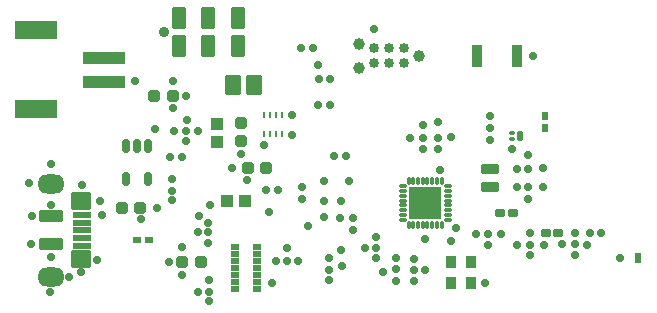
<source format=gts>
%TF.GenerationSoftware,KiCad,Pcbnew,9.0.3*%
%TF.CreationDate,2025-09-07T14:34:42+02:00*%
%TF.ProjectId,LoTiBloxy,4c6f5469-426c-46f7-9879-2e6b69636164,rev?*%
%TF.SameCoordinates,Original*%
%TF.FileFunction,Soldermask,Top*%
%TF.FilePolarity,Negative*%
%FSLAX46Y46*%
G04 Gerber Fmt 4.6, Leading zero omitted, Abs format (unit mm)*
G04 Created by KiCad (PCBNEW 9.0.3) date 2025-09-07 14:34:42*
%MOMM*%
%LPD*%
G01*
G04 APERTURE LIST*
G04 Aperture macros list*
%AMRoundRect*
0 Rectangle with rounded corners*
0 $1 Rounding radius*
0 $2 $3 $4 $5 $6 $7 $8 $9 X,Y pos of 4 corners*
0 Add a 4 corners polygon primitive as box body*
4,1,4,$2,$3,$4,$5,$6,$7,$8,$9,$2,$3,0*
0 Add four circle primitives for the rounded corners*
1,1,$1+$1,$2,$3*
1,1,$1+$1,$4,$5*
1,1,$1+$1,$6,$7*
1,1,$1+$1,$8,$9*
0 Add four rect primitives between the rounded corners*
20,1,$1+$1,$2,$3,$4,$5,0*
20,1,$1+$1,$4,$5,$6,$7,0*
20,1,$1+$1,$6,$7,$8,$9,0*
20,1,$1+$1,$8,$9,$2,$3,0*%
G04 Aperture macros list end*
%ADD10RoundRect,0.030000X-1.701800X0.749300X-1.701800X-0.749300X1.701800X-0.749300X1.701800X0.749300X0*%
%ADD11RoundRect,0.030000X-1.752600X0.495300X-1.752600X-0.495300X1.752600X-0.495300X1.752600X0.495300X0*%
%ADD12R,0.500000X0.900000*%
%ADD13RoundRect,0.150000X-0.150000X-0.200000X0.150000X-0.200000X0.150000X0.200000X-0.150000X0.200000X0*%
%ADD14RoundRect,0.030000X-0.469900X0.482600X-0.469900X-0.482600X0.469900X-0.482600X0.469900X0.482600X0*%
%ADD15RoundRect,0.155000X-0.185000X0.155000X-0.185000X-0.155000X0.185000X-0.155000X0.185000X0.155000X0*%
%ADD16RoundRect,0.155000X0.155000X0.185000X-0.155000X0.185000X-0.155000X-0.185000X0.155000X-0.185000X0*%
%ADD17RoundRect,0.240000X0.240000X0.265000X-0.240000X0.265000X-0.240000X-0.265000X0.240000X-0.265000X0*%
%ADD18RoundRect,0.030000X-0.698500X0.349250X-0.698500X-0.349250X0.698500X-0.349250X0.698500X0.349250X0*%
%ADD19RoundRect,0.102000X0.550000X0.710000X-0.550000X0.710000X-0.550000X-0.710000X0.550000X-0.710000X0*%
%ADD20RoundRect,0.030000X-0.355600X-0.279400X0.355600X-0.279400X0.355600X0.279400X-0.355600X0.279400X0*%
%ADD21R,0.660400X0.609600*%
%ADD22RoundRect,0.030000X-0.330200X-0.199999X0.330200X-0.199999X0.330200X0.199999X-0.330200X0.199999X0*%
%ADD23RoundRect,0.030000X-0.330200X-0.200000X0.330200X-0.200000X0.330200X0.200000X-0.330200X0.200000X0*%
%ADD24RoundRect,0.030000X-0.328850X-0.200000X0.328850X-0.200000X0.328850X0.200000X-0.328850X0.200000X0*%
%ADD25RoundRect,0.030000X-0.200000X-0.125000X0.200000X-0.125000X0.200000X0.125000X-0.200000X0.125000X0*%
%ADD26RoundRect,0.030000X-0.200000X-0.350000X0.200000X-0.350000X0.200000X0.350000X-0.200000X0.350000X0*%
%ADD27RoundRect,0.155000X-0.155000X-0.185000X0.155000X-0.185000X0.155000X0.185000X-0.155000X0.185000X0*%
%ADD28RoundRect,0.165000X-0.165000X0.415000X-0.165000X-0.415000X0.165000X-0.415000X0.165000X0.415000X0*%
%ADD29C,0.900000*%
%ADD30RoundRect,0.102000X0.500000X0.800000X-0.500000X0.800000X-0.500000X-0.800000X0.500000X-0.800000X0*%
%ADD31RoundRect,0.150000X-0.200000X0.150000X-0.200000X-0.150000X0.200000X-0.150000X0.200000X0.150000X0*%
%ADD32RoundRect,0.240000X-0.265000X0.240000X-0.265000X-0.240000X0.265000X-0.240000X0.265000X0.240000X0*%
%ADD33RoundRect,0.030000X-0.381000X0.482600X-0.381000X-0.482600X0.381000X-0.482600X0.381000X0.482600X0*%
%ADD34R,0.609600X0.660400*%
%ADD35RoundRect,0.240000X-0.240000X-0.265000X0.240000X-0.265000X0.240000X0.265000X-0.240000X0.265000X0*%
%ADD36C,0.990600*%
%ADD37C,0.847400*%
%ADD38R,0.253996X0.604900*%
%ADD39R,0.254000X0.604900*%
%ADD40RoundRect,0.155000X0.185000X-0.155000X0.185000X0.155000X-0.185000X0.155000X-0.185000X-0.155000X0*%
%ADD41O,0.699999X0.300000*%
%ADD42O,0.300000X0.699999*%
%ADD43C,0.600000*%
%ADD44R,2.799999X2.799999*%
%ADD45RoundRect,0.030000X-0.685800X0.228600X-0.685800X-0.228600X0.685800X-0.228600X0.685800X0.228600X0*%
%ADD46RoundRect,0.030000X-0.685800X0.224300X-0.685800X-0.224300X0.685800X-0.224300X0.685800X0.224300X0*%
%ADD47RoundRect,0.030000X-0.685800X0.224300X-0.685800X-0.224300X0.685800X-0.224300X0.685800X0.224300X0*%
%ADD48RoundRect,0.030000X-0.685800X0.219999X-0.685800X-0.219999X0.685800X-0.219999X0.685800X0.219999X0*%
%ADD49O,2.308200X1.622400*%
%ADD50RoundRect,0.030000X-0.774700X-0.711200X0.774700X-0.711200X0.774700X0.711200X-0.774700X0.711200X0*%
%ADD51RoundRect,0.030000X-0.952500X0.444500X-0.952500X-0.444500X0.952500X-0.444500X0.952500X0.444500X0*%
%ADD52RoundRect,0.150000X0.200000X-0.150000X0.200000X0.150000X-0.200000X0.150000X-0.200000X-0.150000X0*%
%ADD53RoundRect,0.150000X0.150000X0.200000X-0.150000X0.200000X-0.150000X-0.200000X0.150000X-0.200000X0*%
%ADD54RoundRect,0.030000X-0.400000X-0.850000X0.400000X-0.850000X0.400000X0.850000X-0.400000X0.850000X0*%
%ADD55RoundRect,0.030000X0.482600X0.469900X-0.482600X0.469900X-0.482600X-0.469900X0.482600X-0.469900X0*%
%ADD56C,0.700000*%
G04 APERTURE END LIST*
D10*
%TO.C,J2*%
X81605299Y-91350001D03*
X81605299Y-84649999D03*
D11*
X87355300Y-89000001D03*
X87355300Y-86999999D03*
%TD*%
D12*
%TO.C,AE2*%
X132600000Y-103918196D03*
%TD*%
D13*
%TO.C,R1*%
X106805000Y-95300000D03*
X107825000Y-95300000D03*
%TD*%
D14*
%TO.C,FB1*%
X96910000Y-92575700D03*
X96910000Y-94074300D03*
%TD*%
D15*
%TO.C,C21*%
X110388192Y-102120000D03*
X110388192Y-103080000D03*
%TD*%
D16*
%TO.C,C7*%
X95280000Y-93200000D03*
X94320000Y-93200000D03*
%TD*%
D15*
%TO.C,C13*%
X113600000Y-103970000D03*
X113600000Y-104930000D03*
%TD*%
D17*
%TO.C,C10*%
X101054200Y-96316800D03*
X99504200Y-96316800D03*
%TD*%
D18*
%TO.C,XTAL1*%
X120015000Y-96399350D03*
X120015000Y-97910650D03*
%TD*%
D19*
%TO.C,L1*%
X100035000Y-89300000D03*
X98265000Y-89300000D03*
%TD*%
D20*
%TO.C,L5*%
X124769300Y-101818196D03*
X125810700Y-101818196D03*
%TD*%
D21*
%TO.C,D1*%
X91180273Y-102404419D03*
X90138873Y-102404419D03*
%TD*%
D13*
%TO.C,R9*%
X104036400Y-86106000D03*
X105056400Y-86106000D03*
%TD*%
D15*
%TO.C,C5*%
X127240000Y-101788196D03*
X127240000Y-102748196D03*
%TD*%
D22*
%TO.C,U1*%
X98425000Y-102975001D03*
D23*
X98425000Y-103575000D03*
D22*
X98425000Y-104175001D03*
D23*
X98425000Y-104775000D03*
X98425000Y-105375000D03*
X98425000Y-105975000D03*
X98425000Y-106575000D03*
X100330000Y-106575000D03*
X100330000Y-105975000D03*
X100330000Y-105375000D03*
D24*
X100331350Y-104775000D03*
D22*
X100330000Y-104175001D03*
D23*
X100330000Y-103575000D03*
D22*
X100330000Y-102975001D03*
%TD*%
D20*
%TO.C,L4*%
X120919300Y-100118196D03*
X121960700Y-100118196D03*
%TD*%
D25*
%TO.C,Q1*%
X121900000Y-93375001D03*
D26*
X122600000Y-93600000D03*
D25*
X121900000Y-93824999D03*
%TD*%
D27*
%TO.C,C15*%
X122285000Y-96355000D03*
X123245000Y-96355000D03*
%TD*%
%TO.C,C6*%
X128510000Y-101838196D03*
X129470000Y-101838196D03*
%TD*%
D28*
%TO.C,U4*%
X91075000Y-94450000D03*
X90125000Y-94450000D03*
X89175000Y-94450000D03*
X89175000Y-97250000D03*
X91075000Y-97250000D03*
%TD*%
D29*
%TO.C,S3*%
X92425000Y-84775000D03*
D30*
X98700000Y-86000000D03*
X98700000Y-83600000D03*
X96200000Y-86000000D03*
X96200000Y-83600000D03*
X93700000Y-86000000D03*
X93700000Y-83600000D03*
%TD*%
D17*
%TO.C,C2*%
X95525000Y-104250000D03*
X93975000Y-104250000D03*
%TD*%
D16*
%TO.C,C19*%
X106480000Y-88800000D03*
X105520000Y-88800000D03*
%TD*%
D31*
%TO.C,R7*%
X106400000Y-103890000D03*
X106400000Y-104910000D03*
%TD*%
D13*
%TO.C,R4*%
X105490000Y-91000000D03*
X106510000Y-91000000D03*
%TD*%
D32*
%TO.C,C11*%
X98960000Y-92475000D03*
X98960000Y-94025000D03*
%TD*%
D15*
%TO.C,C20*%
X96274700Y-105811600D03*
X96274700Y-106771600D03*
%TD*%
D33*
%TO.C,XTAL2*%
X118450001Y-104297401D03*
X116749999Y-104297401D03*
X116749999Y-106050001D03*
X118450001Y-106050001D03*
%TD*%
D34*
%TO.C,D2*%
X124690000Y-92943196D03*
X124690000Y-91901796D03*
%TD*%
D35*
%TO.C,C18*%
X91625000Y-90200000D03*
X93175000Y-90200000D03*
%TD*%
D36*
%TO.C,J1*%
X114000000Y-86800000D03*
X108920000Y-87816000D03*
X108920000Y-85784000D03*
D37*
X112730000Y-86165000D03*
X112730000Y-87435000D03*
X111460000Y-86165000D03*
X111460000Y-87435000D03*
X110190000Y-86165000D03*
X110190000Y-87435000D03*
%TD*%
D38*
%TO.C,U3*%
X100900001Y-93452450D03*
D39*
X101400000Y-93452450D03*
X101900000Y-93452450D03*
D38*
X102399999Y-93452450D03*
D39*
X102400001Y-91847550D03*
X101900000Y-91847550D03*
X101400000Y-91847550D03*
D38*
X100900001Y-91847550D03*
%TD*%
D31*
%TO.C,R6*%
X93088873Y-97269419D03*
X93088873Y-98289419D03*
%TD*%
D40*
%TO.C,C8*%
X115640000Y-94698196D03*
X115640000Y-93738196D03*
%TD*%
D31*
%TO.C,R2*%
X104140000Y-97915000D03*
X104140000Y-98935000D03*
%TD*%
D35*
%TO.C,C12*%
X88875000Y-99650000D03*
X90425000Y-99650000D03*
%TD*%
D40*
%TO.C,C1*%
X96174700Y-102691600D03*
X96174700Y-101731600D03*
%TD*%
D41*
%TO.C,U2*%
X116439999Y-100668198D03*
X116439999Y-100268197D03*
X116439999Y-99868197D03*
X116439999Y-99468198D03*
X116439999Y-99068196D03*
X116439999Y-98668197D03*
X116439999Y-98268198D03*
X116439999Y-97868196D03*
D42*
X115940000Y-97368197D03*
X115539998Y-97368197D03*
X115139999Y-97368197D03*
X114740000Y-97368197D03*
X114339998Y-97368197D03*
X113939999Y-97368197D03*
X113539999Y-97368197D03*
X113139998Y-97368197D03*
D41*
X112640001Y-97868196D03*
X112640001Y-98268198D03*
X112640001Y-98668197D03*
X112640001Y-99068196D03*
X112640001Y-99468198D03*
X112640001Y-99868197D03*
X112640001Y-100268197D03*
X112640001Y-100668198D03*
D42*
X113139998Y-101168195D03*
X113539999Y-101168195D03*
X113939999Y-101168195D03*
X114339998Y-101168195D03*
X114740000Y-101168195D03*
X115139999Y-101168195D03*
X115539998Y-101168195D03*
X115940000Y-101168195D03*
D43*
X115565000Y-99268196D03*
X114540000Y-100318196D03*
X114540000Y-98218196D03*
X114539997Y-99268196D03*
D44*
X114539997Y-99268196D03*
D43*
X113465000Y-99268196D03*
%TD*%
D15*
%TO.C,C9*%
X112065000Y-103938196D03*
X112065000Y-104898196D03*
%TD*%
D45*
%TO.C,J3*%
X85493500Y-102875000D03*
D46*
X85493500Y-102220699D03*
D47*
X85493500Y-101570700D03*
D48*
X85493500Y-100925001D03*
D45*
X85493500Y-100275000D03*
D49*
X82829299Y-97625000D03*
D50*
X85404600Y-99112501D03*
D51*
X82829299Y-100387500D03*
X82829299Y-102762500D03*
D50*
X85404600Y-104037499D03*
D49*
X82829299Y-105525000D03*
%TD*%
D27*
%TO.C,C14*%
X118885000Y-101918196D03*
X119845000Y-101918196D03*
%TD*%
%TO.C,C3*%
X101920000Y-104200000D03*
X102880000Y-104200000D03*
%TD*%
%TO.C,C16*%
X122285000Y-97955000D03*
X123245000Y-97955000D03*
%TD*%
D52*
%TO.C,R10*%
X120000000Y-93968197D03*
X120000000Y-92948197D03*
%TD*%
%TO.C,R3*%
X108407200Y-101551200D03*
X108407200Y-100531200D03*
%TD*%
D13*
%TO.C,R8*%
X101039200Y-98196400D03*
X102059200Y-98196400D03*
%TD*%
D15*
%TO.C,C4*%
X123390000Y-101838196D03*
X123390000Y-102798196D03*
%TD*%
D53*
%TO.C,R5*%
X93973873Y-95379419D03*
X92953873Y-95379419D03*
%TD*%
D54*
%TO.C,S1*%
X118900000Y-86800000D03*
X122300000Y-86800000D03*
%TD*%
D55*
%TO.C,FB2*%
X99299300Y-99100000D03*
X97800700Y-99100000D03*
%TD*%
D40*
%TO.C,C17*%
X114340000Y-94698196D03*
X114340000Y-93738196D03*
%TD*%
D56*
X96174700Y-100975300D03*
X95325000Y-101750000D03*
X92850000Y-104250000D03*
X84375000Y-105525000D03*
X124495000Y-97955000D03*
X85450000Y-97750000D03*
X87050000Y-99100000D03*
X120000000Y-91875000D03*
X91650000Y-93000000D03*
X96250000Y-107600000D03*
X95321600Y-106771600D03*
X113300000Y-93738196D03*
X106400000Y-105750000D03*
X126150000Y-102725000D03*
X114525000Y-104925000D03*
X120950000Y-101900000D03*
X131075000Y-103900000D03*
X111000000Y-105150000D03*
X98166800Y-96316800D03*
X103775000Y-104200000D03*
X115640000Y-92410000D03*
X82850000Y-95950000D03*
X123700000Y-86800000D03*
X124500000Y-96300000D03*
X100875000Y-94350000D03*
X93200000Y-91200000D03*
X90450000Y-100600000D03*
X116700000Y-93700000D03*
X102880000Y-103105000D03*
X93175000Y-88975000D03*
X123250000Y-95200000D03*
X94300000Y-94000000D03*
X114350000Y-92700000D03*
X99475000Y-97325000D03*
X119585000Y-106050001D03*
X119845000Y-102795000D03*
X124600000Y-102800000D03*
X90000000Y-88975000D03*
X93250000Y-93200000D03*
X98960000Y-95140000D03*
X81225000Y-100375000D03*
X112050000Y-105850000D03*
X82850000Y-103850000D03*
X128250000Y-102800000D03*
X93088873Y-99038873D03*
X87200000Y-100250000D03*
X93975000Y-105374400D03*
X82800000Y-106825000D03*
X82850000Y-99400000D03*
X105475000Y-87600000D03*
X123245000Y-98895000D03*
X110375000Y-103896400D03*
X81200000Y-102700000D03*
X86732618Y-104056948D03*
X94350000Y-92250000D03*
X110175000Y-84575000D03*
X127250000Y-103650000D03*
X122301804Y-102798196D03*
X121900000Y-94700000D03*
X91850000Y-99650000D03*
X103250000Y-91850000D03*
X123390000Y-103640000D03*
X101600000Y-106000000D03*
X85400000Y-105150000D03*
X93975000Y-102991294D03*
X94300000Y-90200000D03*
X103250000Y-93475000D03*
X113600000Y-105850000D03*
X109480000Y-103080000D03*
X81000000Y-97600000D03*
X95376600Y-100406600D03*
X96331902Y-99451298D03*
X117150000Y-101400000D03*
X114550000Y-102300000D03*
X116725000Y-102500000D03*
X107500000Y-104565000D03*
X115800000Y-96450000D03*
X107450000Y-103215000D03*
X104650000Y-101200000D03*
X101281475Y-100025000D03*
X106000000Y-99100000D03*
X107430000Y-99100000D03*
X105950000Y-97375000D03*
X108090000Y-97400000D03*
X106000000Y-100475000D03*
X107354000Y-100500000D03*
M02*

</source>
